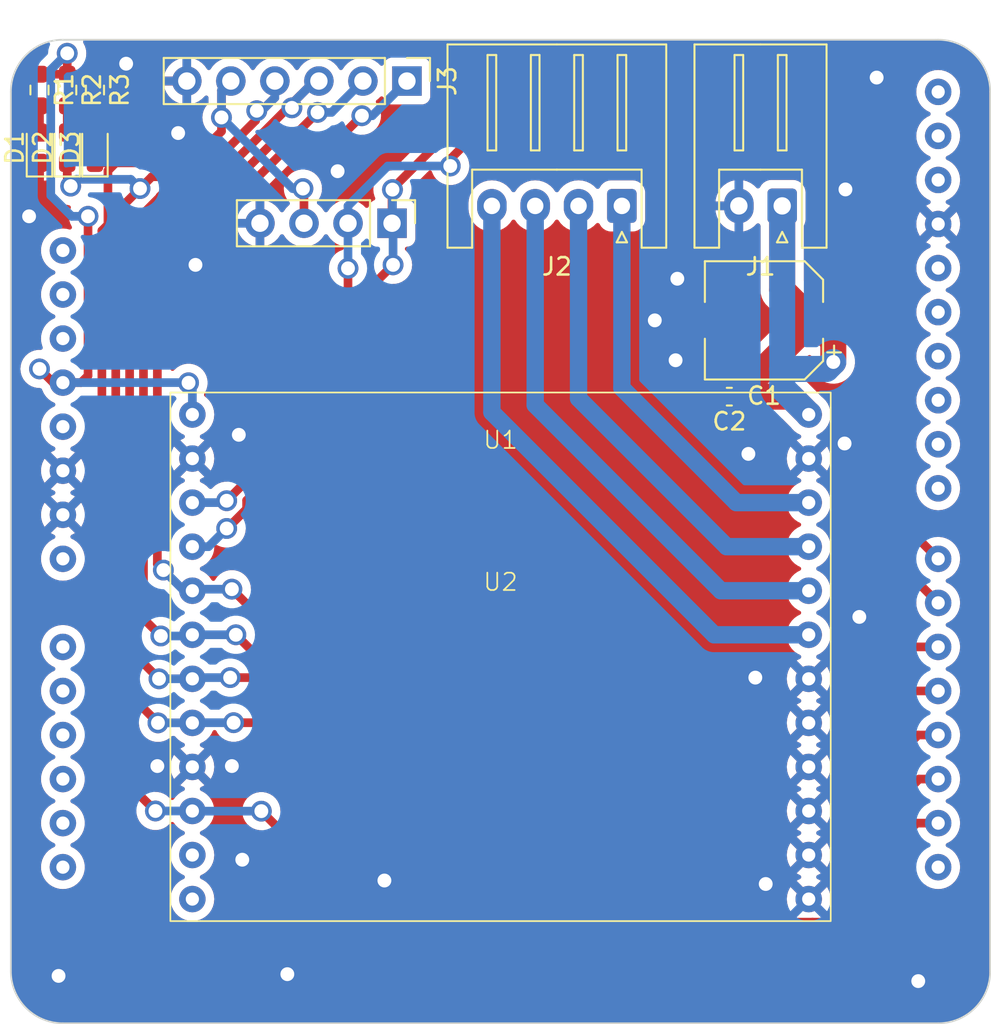
<source format=kicad_pcb>
(kicad_pcb (version 20221018) (generator pcbnew)
  (layers (0 "F.Cu" signal) (31 "B.Cu" signal) (34 "B.Paste" user) (35 "F.Paste" user) (36 "B.SilkS" user "B.Silkscreen") (37 "F.SilkS" user "F.Silkscreen") (38 "B.Mask" user) (39 "F.Mask" user) (44 "Edge.Cuts" user))
  (net 0 "")
  (net 1 "VS")
  (net 2 "GND")
  (net 3 "Net-(D1-A)")
  (net 4 "/CSN")
  (net 5 "Net-(D2-A)")
  (net 6 "/DRV_ENN")
  (net 7 "Net-(D3-A)")
  (net 8 "Net-(J2-Pin_1)")
  (net 9 "Net-(J2-Pin_2)")
  (net 10 "Net-(J2-Pin_3)")
  (net 11 "Net-(J2-Pin_4)")
  (net 12 "/SPI3_MISO")
  (net 13 "/SPI3_MOSI")
  (net 14 "/SPI3_SCK")
  (net 15 "/TIM1_STEP")
  (net 16 "/DIR")
  (net 17 "+3.3V")
  (footprint "TMC2590-BOB40:TMC2590-BOB40" (layer "F.Cu") (at 50 62)
    (fp_text reference "U2" (at 0 -4.31 unlocked) (layer "F.SilkS") (effects (font (thickness 0.1))))
    (fp_text value "TMC2590-BOB40")
    (fp_rect (start -19.05 -15.24) (end 19.05 15.24) (stroke (width 0.1)) (fill none) (layer "F.SilkS"))
    (pad "1" thru_hole circle (at -17.78 -13.97) (size 1.524 1.524) (drill 0.762) (layers "*.Cu" "*.Mask") (net 17 "+3.3V"))
    (pad "2" thru_hole circle (at -17.78 -11.43) (size 1.524 1.524) (drill 0.762) (layers "*.Cu" "*.Mask") (net 2 "GND"))
    (pad "3" thru_hole circle (at -17.78 -8.89) (size 1.524 1.524) (drill 0.762) (layers "*.Cu" "*.Mask") (net 16 "/DIR"))
    (pad "4" thru_hole circle (at -17.78 -6.35) (size 1.524 1.524) (drill 0.762) (layers "*.Cu" "*.Mask") (net 15 "/TIM1_STEP"))
    (pad "5" thru_hole circle (at -17.78 -3.81) (size 1.524 1.524) (drill 0.762) (layers "*.Cu" "*.Mask") (net 12 "/SPI3_MISO"))
    (pad "6" thru_hole circle (at -17.78 -1.27) (size 1.524 1.524) (drill 0.762) (layers "*.Cu" "*.Mask") (net 13 "/SPI3_MOSI"))
    (pad "7" thru_hole circle (at -17.78 1.27) (size 1.524 1.524) (drill 0.762) (layers "*.Cu" "*.Mask") (net 14 "/SPI3_SCK"))
    (pad "8" thru_hole circle (at -17.78 3.81) (size 1.524 1.524) (drill 0.762) (layers "*.Cu" "*.Mask") (net 4 "/CSN"))
    (pad "9" thru_hole circle (at -17.78 6.35) (size 1.524 1.524) (drill 0.762) (layers "*.Cu" "*.Mask") (net 2 "GND"))
    (pad "10" thru_hole circle (at -17.78 8.89) (size 1.524 1.524) (drill 0.762) (layers "*.Cu" "*.Mask") (net 6 "/DRV_ENN"))
    (pad "11" thru_hole circle (at -17.78 11.43) (size 1.524 1.524) (drill 0.762) (layers "*.Cu" "*.Mask"))
    (pad "12" thru_hole circle (at -17.78 13.97) (size 1.524 1.524) (drill 0.762) (layers "*.Cu" "*.Mask"))
    (pad "13" thru_hole circle (at 17.78 13.97) (size 1.524 1.524) (drill 0.762) (layers "*.Cu" "*.Mask") (net 2 "GND"))
    (pad "14" thru_hole circle (at 17.78 11.43) (size 1.524 1.524) (drill 0.762) (layers "*.Cu" "*.Mask") (net 2 "GND"))
    (pad "15" thru_hole circle (at 17.78 8.89) (size 1.524 1.524) (drill 0.762) (layers "*.Cu" "*.Mask") (net 2 "GND"))
    (pad "16" thru_hole circle (at 17.78 6.35) (size 1.524 1.524) (drill 0.762) (layers "*.Cu" "*.Mask") (net 2 "GND"))
    (pad "17" thru_hole circle (at 17.78 3.81) (size 1.524 1.524) (drill 0.762) (layers "*.Cu" "*.Mask") (net 2 "GND"))
    (pad "18" thru_hole circle (at 17.78 1.27) (size 1.524 1.524) (drill 0.762) (layers "*.Cu" "*.Mask") (net 2 "GND"))
    (pad "19" thru_hole circle (at 17.78 -1.27) (size 1.524 1.524) (drill 0.762) (layers "*.Cu" "*.Mask") (net 11 "Net-(J2-Pin_4)"))
    (pad "20" thru_hole circle (at 17.78 -3.81) (size 1.524 1.524) (drill 0.762) (layers "*.Cu" "*.Mask") (net 10 "Net-(J2-Pin_3)"))
    (pad "21" thru_hole circle (at 17.78 -6.35) (size 1.524 1.524) (drill 0.762) (layers "*.Cu" "*.Mask") (net 9 "Net-(J2-Pin_2)"))
    (pad "22" thru_hole circle (at 17.78 -8.89) (size 1.524 1.524) (drill 0.762) (layers "*.Cu" "*.Mask") (net 8 "Net-(J2-Pin_1)"))
    (pad "23" thru_hole circle (at 17.78 -11.43) (size 1.524 1.524) (drill 0.762) (layers "*.Cu" "*.Mask") (net 2 "GND"))
    (pad "24" thru_hole circle (at 17.78 -13.97) (size 1.524 1.524) (drill 0.762) (layers "*.Cu" "*.Mask") (net 1 "VS"))
  )
  (footprint "Resistor_SMD:R_0603_1608Metric_Pad0.98x0.95mm_HandSolder" (layer "F.Cu") (at 25 29.31875 -90)
    (fp_text reference "R2" (at 0 -1.43 90) (layer "F.SilkS"))
    (fp_text value "1k")
    (fp_line (start -0.254724 -0.5225) (end 0.254724 -0.5225) (stroke (width 0.12)) (layer "F.SilkS"))
    (fp_line (start -0.254724 0.5225) (end 0.254724 0.5225) (stroke (width 0.12)) (layer "F.SilkS"))
    (pad "1" smd roundrect (at -0.9125 0 270) (size 0.975 0.95) (layers "F.Cu" "F.Paste" "F.Mask") (net 17 "+3.3V"))
    (pad "2" smd roundrect (at 0.9125 0 270) (size 0.975 0.95) (layers "F.Cu" "F.Paste" "F.Mask") (net 5 "Net-(D2-A)"))
  )
  (footprint "Resistor_SMD:R_0603_1608Metric_Pad0.98x0.95mm_HandSolder" (layer "F.Cu") (at 26.6 29.31875 -90)
    (fp_text reference "R3" (at 0 -1.43 90) (layer "F.SilkS"))
    (fp_text value "1k")
    (fp_line (start -0.254724 -0.5225) (end 0.254724 -0.5225) (stroke (width 0.12)) (layer "F.SilkS"))
    (fp_line (start -0.254724 0.5225) (end 0.254724 0.5225) (stroke (width 0.12)) (layer "F.SilkS"))
    (pad "1" smd roundrect (at -0.9125 0 270) (size 0.975 0.95) (layers "F.Cu" "F.Paste" "F.Mask") (net 17 "+3.3V"))
    (pad "2" smd roundrect (at 0.9125 0 270) (size 0.975 0.95) (layers "F.Cu" "F.Paste" "F.Mask") (net 7 "Net-(D3-A)"))
  )
  (footprint "Connector_JST:JST_XH_S4B-XH-A_1x04_P2.50mm_Horizontal" (layer "F.Cu") (at 57 36 180)
    (fp_text reference "J2" (at 3.75 -3.5) (layer "F.SilkS"))
    (fp_text value "Conn_01x04")
    (fp_line (start -2.56 -2.41) (end -1.14 -2.41) (stroke (width 0.12)) (layer "F.SilkS"))
    (fp_line (start -2.56 9.31) (end -2.56 -2.41) (stroke (width 0.12)) (layer "F.SilkS"))
    (fp_line (start -1.14 -2.41) (end -1.14 2.09) (stroke (width 0.12)) (layer "F.SilkS"))
    (fp_line (start -1.14 2.09) (end 3.75 2.09) (stroke (width 0.12)) (layer "F.SilkS"))
    (fp_line (start -0.3 -2.1) (end 0.3 -2.1) (stroke (width 0.12)) (layer "F.SilkS"))
    (fp_line (start -0.25 3.2) (end -0.25 8.7) (stroke (width 0.12)) (layer "F.SilkS"))
    (fp_line (start -0.25 8.7) (end 0.25 8.7) (stroke (width 0.12)) (layer "F.SilkS"))
    (fp_line (start 0 -1.5) (end -0.3 -2.1) (stroke (width 0.12)) (layer "F.SilkS"))
    (fp_line (start 0.25 3.2) (end -0.25 3.2) (stroke (width 0.12)) (layer "F.SilkS"))
    (fp_line (start 0.25 8.7) (end 0.25 3.2) (stroke (width 0.12)) (layer "F.SilkS"))
    (fp_line (start 0.3 -2.1) (end 0 -1.5) (stroke (width 0.12)) (layer "F.SilkS"))
    (fp_line (start 2.25 3.2) (end 2.25 8.7) (stroke (width 0.12)) (layer "F.SilkS"))
    (fp_line (start 2.25 8.7) (end 2.75 8.7) (stroke (width 0.12)) (layer "F.SilkS"))
    (fp_line (start 2.75 3.2) (end 2.25 3.2) (stroke (width 0.12)) (layer "F.SilkS"))
    (fp_line (start 2.75 8.7) (end 2.75 3.2) (stroke (width 0.12)) (layer "F.SilkS"))
    (fp_line (start 3.75 9.31) (end -2.56 9.31) (stroke (width 0.12)) (layer "F.SilkS"))
    (fp_line (start 3.75 9.31) (end 10.06 9.31) (stroke (width 0.12)) (layer "F.SilkS"))
    (fp_line (start 4.75 3.2) (end 4.75 8.7) (stroke (width 0.12)) (layer "F.SilkS"))
    (fp_line (start 4.75 8.7) (end 5.25 8.7) (stroke (width 0.12)) (layer "F.SilkS"))
    (fp_line (start 5.25 3.2) (end 4.75 3.2) (stroke (width 0.12)) (layer "F.SilkS"))
    (fp_line (start 5.25 8.7) (end 5.25 3.2) (stroke (width 0.12)) (layer "F.SilkS"))
    (fp_line (start 7.25 3.2) (end 7.25 8.7) (stroke (width 0.12)) (layer "F.SilkS"))
    (fp_line (start 7.25 8.7) (end 7.75 8.7) (stroke (width 0.12)) (layer "F.SilkS"))
    (fp_line (start 7.75 3.2) (end 7.25 3.2) (stroke (width 0.12)) (layer "F.SilkS"))
    (fp_line (start 7.75 8.7) (end 7.75 3.2) (stroke (width 0.12)) (layer "F.SilkS"))
    (fp_line (start 8.64 -2.41) (end 8.64 2.09) (stroke (width 0.12)) (layer "F.SilkS"))
    (fp_line (start 8.64 2.09) (end 3.75 2.09) (stroke (width 0.12)) (layer "F.SilkS"))
    (fp_line (start 10.06 -2.41) (end 8.64 -2.41) (stroke (width 0.12)) (layer "F.SilkS"))
    (fp_line (start 10.06 9.31) (end 10.06 -2.41) (stroke (width 0.12)) (layer "F.SilkS"))
    (pad "1" thru_hole roundrect (at 0 0 180) (size 1.7 1.95) (drill 0.95) (layers "*.Cu" "*.Mask") (roundrect_rratio 0.147059) (net 8 "Net-(J2-Pin_1)"))
    (pad "2" thru_hole oval (at 2.5 0 180) (size 1.7 1.95) (drill 0.95) (layers "*.Cu" "*.Mask") (net 9 "Net-(J2-Pin_2)"))
    (pad "3" thru_hole oval (at 5 0 180) (size 1.7 1.95) (drill 0.95) (layers "*.Cu" "*.Mask") (net 10 "Net-(J2-Pin_3)"))
    (pad "4" thru_hole oval (at 7.5 0 180) (size 1.7 1.95) (drill 0.95) (layers "*.Cu" "*.Mask") (net 11 "Net-(J2-Pin_4)"))
  )
  (footprint "TMC2590-BOB40:Nucleo-G474RE_ArduinoConn" (layer "F.Cu") (at 50 50)
    (fp_text reference "U1" (at 0 -0.5 unlocked) (layer "F.SilkS") (effects (font (thickness 0.1))))
    (fp_text value "NUCLEO-G474RE_ArduinoConn")
    (pad "A1" thru_hole circle (at -25.25 -11.43) (size 1.524 1.524) (drill 0.762) (layers "*.Cu" "*.Mask"))
    (pad "A2" thru_hole circle (at -25.25 -8.89) (size 1.524 1.524) (drill 0.762) (layers "*.Cu" "*.Mask"))
    (pad "A3" thru_hole circle (at -25.25 -6.35) (size 1.524 1.524) (drill 0.762) (layers "*.Cu" "*.Mask"))
    (pad "A4" thru_hole circle (at -25.25 -3.81) (size 1.524 1.524) (drill 0.762) (layers "*.Cu" "*.Mask") (net 17 "+3.3V"))
    (pad "A5" thru_hole circle (at -25.25 -1.27) (size 1.524 1.524) (drill 0.762) (layers "*.Cu" "*.Mask"))
    (pad "A6" thru_hole circle (at -25.25 1.27) (size 1.524 1.524) (drill 0.762) (layers "*.Cu" "*.Mask") (net 2 "GND"))
    (pad "A7" thru_hole circle (at -25.25 3.81) (size 1.524 1.524) (drill 0.762) (layers "*.Cu" "*.Mask") (net 2 "GND"))
    (pad "A8" thru_hole circle (at -25.25 6.35) (size 1.524 1.524) (drill 0.762) (layers "*.Cu" "*.Mask"))
    (pad "B1" thru_hole circle (at -25.25 11.43) (size 1.524 1.524) (drill 0.762) (layers "*.Cu" "*.Mask"))
    (pad "B2" thru_hole circle (at -25.25 13.97) (size 1.524 1.524) (drill 0.762) (layers "*.Cu" "*.Mask"))
    (pad "B3" thru_hole circle (at -25.25 16.51) (size 1.524 1.524) (drill 0.762) (layers "*.Cu" "*.Mask"))
    (pad "B4" thru_hole circle (at -25.25 19.05) (size 1.524 1.524) (drill 0.762) (layers "*.Cu" "*.Mask"))
    (pad "B5" thru_hole circle (at -25.25 21.59) (size 1.524 1.524) (drill 0.762) (layers "*.Cu" "*.Mask"))
    (pad "B6" thru_hole circle (at -25.25 24.13) (size 1.524 1.524) (drill 0.762) (layers "*.Cu" "*.Mask"))
    (pad "C1" thru_hole circle (at 25.25 24.13) (size 1.524 1.524) (drill 0.762) (layers "*.Cu" "*.Mask"))
    (pad "C2" thru_hole circle (at 25.25 21.59) (size 1.524 1.524) (drill 0.762) (layers "*.Cu" "*.Mask") (net 6 "/DRV_ENN"))
    (pad "C3" thru_hole circle (at 25.25 19.05) (size 1.524 1.524) (drill 0.762) (layers "*.Cu" "*.Mask") (net 4 "/CSN"))
    (pad "C4" thru_hole circle (at 25.25 16.51) (size 1.524 1.524) (drill 0.762) (layers "*.Cu" "*.Mask") (net 14 "/SPI3_SCK"))
    (pad "C5" thru_hole circle (at 25.25 13.97) (size 1.524 1.524) (drill 0.762) (layers "*.Cu" "*.Mask") (net 13 "/SPI3_MOSI"))
    (pad "C6" thru_hole circle (at 25.25 11.43) (size 1.524 1.524) (drill 0.762) (layers "*.Cu" "*.Mask") (net 12 "/SPI3_MISO"))
    (pad "C7" thru_hole circle (at 25.25 8.89) (size 1.524 1.524) (drill 0.762) (layers "*.Cu" "*.Mask") (net 16 "/DIR"))
    (pad "C8" thru_hole circle (at 25.25 6.35) (size 1.524 1.524) (drill 0.762) (layers "*.Cu" "*.Mask") (net 15 "/TIM1_STEP"))
    (pad "D1" thru_hole circle (at 25.25 2.286) (size 1.524 1.524) (drill 0.762) (layers "*.Cu" "*.Mask"))
    (pad "D2" thru_hole circle (at 25.25 -0.254) (size 1.524 1.524) (drill 0.762) (layers "*.Cu" "*.Mask"))
    (pad "D3" thru_hole circle (at 25.25 -2.794) (size 1.524 1.524) (drill 0.762) (layers "*.Cu" "*.Mask"))
    (pad "D4" thru_hole circle (at 25.25 -5.334) (size 1.524 1.524) (drill 0.762) (layers "*.Cu" "*.Mask"))
    (pad "D5" thru_hole circle (at 25.25 -7.874) (size 1.524 1.524) (drill 0.762) (layers "*.Cu" "*.Mask"))
    (pad "D6" thru_hole circle (at 25.25 -10.414) (size 1.524 1.524) (drill 0.762) (layers "*.Cu" "*.Mask"))
    (pad "D7" thru_hole circle (at 25.25 -12.954) (size 1.524 1.524) (drill 0.762) (layers "*.Cu" "*.Mask") (net 2 "GND"))
    (pad "D8" thru_hole circle (at 25.25 -15.494) (size 1.524 1.524) (drill 0.762) (layers "*.Cu" "*.Mask"))
    (pad "D9" thru_hole circle (at 25.25 -18.034) (size 1.524 1.524) (drill 0.762) (layers "*.Cu" "*.Mask"))
    (pad "D10" thru_hole circle (at 25.25 -20.574) (size 1.524 1.524) (drill 0.762) (layers "*.Cu" "*.Mask"))
  )
  (footprint "Connector_PinHeader_2.54mm:PinHeader_1x06_P2.54mm_Vertical" (layer "F.Cu") (at 44.6 28.8 -90)
    (fp_text reference "J3" (at 0 -2.33 90) (layer "F.SilkS"))
    (fp_text value "Conn_01x06")
    (fp_line (start -1.33 -1.33) (end 0 -1.33) (stroke (width 0.12)) (layer "F.SilkS"))
    (fp_line (start -1.33 0) (end -1.33 -1.33) (stroke (width 0.12)) (layer "F.SilkS"))
    (fp_line (start -1.33 1.27) (end -1.33 14.03) (stroke (width 0.12)) (layer "F.SilkS"))
    (fp_line (start -1.33 1.27) (end 1.33 1.27) (stroke (width 0.12)) (layer "F.SilkS"))
    (fp_line (start -1.33 14.03) (end 1.33 14.03) (stroke (width 0.12)) (layer "F.SilkS"))
    (fp_line (start 1.33 1.27) (end 1.33 14.03) (stroke (width 0.12)) (layer "F.SilkS"))
    (pad "1" thru_hole rect (at 0 0 270) (size 1.7 1.7) (drill 1) (layers "*.Cu" "*.Mask") (net 12 "/SPI3_MISO"))
    (pad "2" thru_hole oval (at 0 2.54 270) (size 1.7 1.7) (drill 1) (layers "*.Cu" "*.Mask") (net 13 "/SPI3_MOSI"))
    (pad "3" thru_hole oval (at 0 5.08 270) (size 1.7 1.7) (drill 1) (layers "*.Cu" "*.Mask") (net 14 "/SPI3_SCK"))
    (pad "4" thru_hole oval (at 0 7.62 270) (size 1.7 1.7) (drill 1) (layers "*.Cu" "*.Mask") (net 4 "/CSN"))
    (pad "5" thru_hole oval (at 0 10.16 270) (size 1.7 1.7) (drill 1) (layers "*.Cu" "*.Mask") (net 6 "/DRV_ENN"))
    (pad "6" thru_hole oval (at 0 12.7 270) (size 1.7 1.7) (drill 1) (layers "*.Cu" "*.Mask") (net 2 "GND"))
  )
  (footprint "LED_SMD:LED_0603_1608Metric_Pad1.05x0.95mm_HandSolder" (layer "F.Cu") (at 23.4 32.64375 90)
    (fp_text reference "D1" (at 0 -1.43 90) (layer "F.SilkS"))
    (fp_text value "LED")
    (fp_line (start -1.66 -0.735) (end -1.66 0.735) (stroke (width 0.12)) (layer "F.SilkS"))
    (fp_line (start -1.66 0.735) (end 0.8 0.735) (stroke (width 0.12)) (layer "F.SilkS"))
    (fp_line (start 0.8 -0.735) (end -1.66 -0.735) (stroke (width 0.12)) (layer "F.SilkS"))
    (pad "1" smd roundrect (at -0.875 0 90) (size 1.05 0.95) (layers "F.Cu" "F.Paste" "F.Mask") (net 2 "GND"))
    (pad "2" smd roundrect (at 0.875 0 90) (size 1.05 0.95) (layers "F.Cu" "F.Paste" "F.Mask") (net 3 "Net-(D1-A)"))
  )
  (footprint "Connector_JST:JST_XH_S2B-XH-A_1x02_P2.50mm_Horizontal" (layer "F.Cu") (at 66.25 36 180)
    (fp_text reference "J1" (at 1.25 -3.5 180) (layer "F.SilkS"))
    (fp_text value "Conn_01x02")
    (fp_line (start -2.56 -2.41) (end -1.14 -2.41) (stroke (width 0.12)) (layer "F.SilkS"))
    (fp_line (start -2.56 9.31) (end -2.56 -2.41) (stroke (width 0.12)) (layer "F.SilkS"))
    (fp_line (start -1.14 -2.41) (end -1.14 2.09) (stroke (width 0.12)) (layer "F.SilkS"))
    (fp_line (start -1.14 2.09) (end 1.25 2.09) (stroke (width 0.12)) (layer "F.SilkS"))
    (fp_line (start -0.3 -2.1) (end 0.3 -2.1) (stroke (width 0.12)) (layer "F.SilkS"))
    (fp_line (start -0.25 3.2) (end -0.25 8.7) (stroke (width 0.12)) (layer "F.SilkS"))
    (fp_line (start -0.25 8.7) (end 0.25 8.7) (stroke (width 0.12)) (layer "F.SilkS"))
    (fp_line (start 0 -1.5) (end -0.3 -2.1) (stroke (width 0.12)) (layer "F.SilkS"))
    (fp_line (start 0.25 3.2) (end -0.25 3.2) (stroke (width 0.12)) (layer "F.SilkS"))
    (fp_line (start 0.25 8.7) (end 0.25 3.2) (stroke (width 0.12)) (layer "F.SilkS"))
    (fp_line (start 0.3 -2.1) (end 0 -1.5) (stroke (width 0.12)) (layer "F.SilkS"))
    (fp_line (start 1.25 9.31) (end -2.56 9.31) (stroke (width 0.12)) (layer "F.SilkS"))
    (fp_line (start 1.25 9.31) (end 5.06 9.31) (stroke (width 0.12)) (layer "F.SilkS"))
    (fp_line (start 2.25 3.2) (end 2.25 8.7) (stroke (width 0.12)) (layer "F.SilkS"))
    (fp_line (start 2.25 8.7) (end 2.75 8.7) (stroke (width 0.12)) (layer "F.SilkS"))
    (fp_line (start 2.75 3.2) (end 2.25 3.2) (stroke (width 0.12)) (layer "F.SilkS"))
    (fp_line (start 2.75 8.7) (end 2.75 3.2) (stroke (width 0.12)) (layer "F.SilkS"))
    (fp_line (start 3.64 -2.41) (end 3.64 2.09) (stroke (width 0.12)) (layer "F.SilkS"))
    (fp_line (start 3.64 2.09) (end 1.25 2.09) (stroke (width 0.12)) (layer "F.SilkS"))
    (fp_line (start 5.06 -2.41) (end 3.64 -2.41) (stroke (width 0.12)) (layer "F.SilkS"))
    (fp_line (start 5.06 9.31) (end 5.06 -2.41) (stroke (width 0.12)) (layer "F.SilkS"))
    (pad "1" thru_hole roundrect (at 0 0 180) (size 1.7 2) (drill 1) (layers "*.Cu" "*.Mask") (roundrect_rratio 0.147059) (net 1 "VS"))
    (pad "2" thru_hole oval (at 2.5 0 180) (size 1.7 2) (drill 1) (layers "*.Cu" "*.Mask") (net 2 "GND"))
  )
  (footprint "LED_SMD:LED_0603_1608Metric_Pad1.05x0.95mm_HandSolder" (layer "F.Cu") (at 26.6 32.64375 90)
    (fp_text reference "D3" (at 0 -1.43 90) (layer "F.SilkS"))
    (fp_text value "LED")
    (fp_line (start -1.66 -0.735) (end -1.66 0.735) (stroke (width 0.12)) (layer "F.SilkS"))
    (fp_line (start -1.66 0.735) (end 0.8 0.735) (stroke (width 0.12)) (layer "F.SilkS"))
    (fp_line (start 0.8 -0.735) (end -1.66 -0.735) (stroke (width 0.12)) (layer "F.SilkS"))
    (pad "1" smd roundrect (at -0.875 0 90) (size 1.05 0.95) (layers "F.Cu" "F.Paste" "F.Mask") (net 6 "/DRV_ENN"))
    (pad "2" smd roundrect (at 0.875 0 90) (size 1.05 0.95) (layers "F.Cu" "F.Paste" "F.Mask") (net 7 "Net-(D3-A)"))
  )
  (footprint "Connector_PinHeader_2.54mm:PinHeader_1x04_P2.54mm_Vertical" (layer "F.Cu") (at 43.74 37 -90)
    (fp_text reference "J4" hide)
    (fp_text value "Conn_01x04")
    (fp_line (start -1.33 -1.33) (end 0 -1.33) (stroke (width 0.12)) (layer "F.SilkS"))
    (fp_line (start -1.33 0) (end -1.33 -1.33) (stroke (width 0.12)) (layer "F.SilkS"))
    (fp_line (start -1.33 1.27) (end -1.33 8.95) (stroke (width 0.12)) (layer "F.SilkS"))
    (fp_line (start -1.33 1.27) (end 1.33 1.27) (stroke (width 0.12)) (layer "F.SilkS"))
    (fp_line (start -1.33 8.95) (end 1.33 8.95) (stroke (width 0.12)) (layer "F.SilkS"))
    (fp_line (start 1.33 1.27) (end 1.33 8.95) (stroke (width 0.12)) (layer "F.SilkS"))
    (pad "1" thru_hole rect (at 0 0 270) (size 1.7 1.7) (drill 1) (layers "*.Cu" "*.Mask") (net 15 "/TIM1_STEP"))
    (pad "2" thru_hole oval (at 0 2.54 270) (size 1.7 1.7) (drill 1) (layers "*.Cu" "*.Mask") (net 16 "/DIR"))
    (pad "3" thru_hole oval (at 0 5.08 270) (size 1.7 1.7) (drill 1) (layers "*.Cu" "*.Mask") (net 6 "/DRV_ENN"))
    (pad "4" thru_hole oval (at 0 7.62 270) (size 1.7 1.7) (drill 1) (layers "*.Cu" "*.Mask") (net 2 "GND"))
  )
  (footprint "Capacitor_SMD:C_0603_1608Metric_Pad1.08x0.95mm_HandSolder" (layer "F.Cu") (at 63.2 47 180)
    (fp_text reference "C2" (at 0 -1.43) (layer "F.SilkS"))
    (fp_text value "100n")
    (fp_line (start -0.146267 -0.51) (end 0.146267 -0.51) (stroke (width 0.12)) (layer "F.SilkS"))
    (fp_line (start -0.146267 0.51) (end 0.146267 0.51) (stroke (width 0.12)) (layer "F.SilkS"))
    (pad "1" smd roundrect (at -0.8625 0 180) (size 1.075 0.95) (layers "F.Cu" "F.Paste" "F.Mask") (net 1 "VS"))
    (pad "2" smd roundrect (at 0.8625 0 180) (size 1.075 0.95) (layers "F.Cu" "F.Paste" "F.Mask") (net 2 "GND"))
  )
  (footprint "Capacitor_SMD:CP_Elec_6.3x5.4" (layer "F.Cu") (at 65.2 42.6 180)
    (fp_text reference "C1" (at 0 -4.35) (layer "F.SilkS"))
    (fp_text value "22u")
    (fp_line (start -4.4375 -1.8475) (end -3.65 -1.8475) (stroke (width 0.12)) (layer "F.SilkS"))
    (fp_line (start -4.04375 -2.24125) (end -4.04375 -1.45375) (stroke (width 0.12)) (layer "F.SilkS"))
    (fp_line (start -3.41 -2.345563) (end -3.41 -1.06) (stroke (width 0.12)) (layer "F.SilkS"))
    (fp_line (start -3.41 -2.345563) (end -2.345563 -3.41) (stroke (width 0.12)) (layer "F.SilkS"))
    (fp_line (start -3.41 2.345563) (end -3.41 1.06) (stroke (width 0.12)) (layer "F.SilkS"))
    (fp_line (start -3.41 2.345563) (end -2.345563 3.41) (stroke (width 0.12)) (layer "F.SilkS"))
    (fp_line (start -2.345563 -3.41) (end 3.41 -3.41) (stroke (width 0.12)) (layer "F.SilkS"))
    (fp_line (start -2.345563 3.41) (end 3.41 3.41) (stroke (width 0.12)) (layer "F.SilkS"))
    (fp_line (start 3.41 -3.41) (end 3.41 -1.06) (stroke (width 0.12)) (layer "F.SilkS"))
    (fp_line (start 3.41 3.41) (end 3.41 1.06) (stroke (width 0.12)) (layer "F.SilkS"))
    (pad "1" smd roundrect (at -2.8 0 180) (size 3.5 1.6) (layers "F.Cu" "F.Paste" "F.Mask") (roundrect_rratio 0.15625) (net 1 "VS"))
    (pad "2" smd roundrect (at 2.8 0 180) (size 3.5 1.6) (layers "F.Cu" "F.Paste" "F.Mask") (roundrect_rratio 0.15625) (net 2 "GND"))
  )
  (footprint "Resistor_SMD:R_0603_1608Metric_Pad0.98x0.95mm_HandSolder" (layer "F.Cu") (at 23.4 29.31875 -90)
    (fp_text reference "R1" (at 0 -1.43 90) (layer "F.SilkS"))
    (fp_text value "1k")
    (fp_line (start -0.254724 -0.5225) (end 0.254724 -0.5225) (stroke (width 0.12)) (layer "F.SilkS"))
    (fp_line (start -0.254724 0.5225) (end 0.254724 0.5225) (stroke (width 0.12)) (layer "F.SilkS"))
    (pad "1" smd roundrect (at -0.9125 0 270) (size 0.975 0.95) (layers "F.Cu" "F.Paste" "F.Mask") (net 17 "+3.3V"))
    (pad "2" smd roundrect (at 0.9125 0 270) (size 0.975 0.95) (layers "F.Cu" "F.Paste" "F.Mask") (net 3 "Net-(D1-A)"))
  )
  (footprint "LED_SMD:LED_0603_1608Metric_Pad1.05x0.95mm_HandSolder" (layer "F.Cu") (at 25 32.64375 90)
    (fp_text reference "D2" (at 0 -1.43 90) (layer "F.SilkS"))
    (fp_text value "LED")
    (fp_line (start -1.66 -0.735) (end -1.66 0.735) (stroke (width 0.12)) (layer "F.SilkS"))
    (fp_line (start -1.66 0.735) (end 0.8 0.735) (stroke (width 0.12)) (layer "F.SilkS"))
    (fp_line (start 0.8 -0.735) (end -1.66 -0.735) (stroke (width 0.12)) (layer "F.SilkS"))
    (pad "1" smd roundrect (at -0.875 0 90) (size 1.05 0.95) (layers "F.Cu" "F.Paste" "F.Mask") (net 4 "/CSN"))
    (pad "2" smd roundrect (at 0.875 0 90) (size 1.05 0.95) (layers "F.Cu" "F.Paste" "F.Mask") (net 5 "Net-(D2-A)"))
  )
  (gr_line (start 75.25 83.13) (end 24.75 83.13) (stroke (width 0.1)) (layer "Edge.Cuts"))
  (gr_line (start 24.75 26.42) (end 75.25 26.42) (stroke (width 0.1)) (layer "Edge.Cuts"))
  (gr_arc (start 78.25 80.13) (mid 77.37132 82.25132) (end 75.25 83.13) (stroke (width 0.1)) (layer "Edge.Cuts"))
  (gr_arc (start 21.75 29.42) (mid 22.62868 27.29868) (end 24.75 26.42) (stroke (width 0.1)) (layer "Edge.Cuts"))
  (gr_arc (start 24.75 83.13) (mid 22.62868 82.25132) (end 21.75 80.13) (stroke (width 0.1)) (layer "Edge.Cuts"))
  (gr_arc (start 75.25 26.42) (mid 77.37132 27.29868) (end 78.25 29.42) (stroke (width 0.1)) (layer "Edge.Cuts"))
  (gr_line (start 78.25 29.42) (end 78.25 80.13) (stroke (width 0.1)) (layer "Edge.Cuts"))
  (gr_line (start 21.75 29.42) (end 21.75 80.13) (stroke (width 0.1)) (layer "Edge.Cuts"))
  (segment (start 69.2 45) (end 69.2 43.8) (width 1.5) (layer "F.Cu") (net 1))
  (segment (start 66.75 47) (end 67.78 48.03) (width 1.5) (layer "F.Cu") (net 1))
  (segment (start 69.2 43.8) (end 68 42.6) (width 1.5) (layer "F.Cu") (net 1))
  (segment (start 66.25 36) (end 66.25 40.85) (width 1.5) (layer "F.Cu") (net 1))
  (segment (start 64.0625 47) (end 66.75 47) (width 1.5) (layer "F.Cu") (net 1))
  (segment (start 66.25 40.85) (end 68 42.6) (width 1.5) (layer "F.Cu") (net 1))
  (segment (start 68 42.6) (end 64.0625 46.5375) (width 1.5) (layer "F.Cu") (net 1))
  (segment (start 64.0625 46.5375) (end 64.0625 47) (width 1.5) (layer "F.Cu") (net 1))
  (via (at 69.2 45) (size 1.2) (drill 0.8) (layers "F.Cu" "B.Cu") (net 1))
  (segment (start 68.8 45.4) (end 69.2 45) (width 1.5) (layer "B.Cu") (net 1))
  (segment (start 66.25 46.5) (end 67.78 48.03) (width 1.5) (layer "B.Cu") (net 1))
  (segment (start 66.25 45.4) (end 66.25 46.5) (width 1.5) (layer "B.Cu") (net 1))
  (segment (start 66.25 45.4) (end 68.8 45.4) (width 1.5) (layer "B.Cu") (net 1))
  (segment (start 66.25 36) (end 66.25 45.4) (width 1.5) (layer "B.Cu") (net 1))
  (segment (start 29.4 28.8) (end 28.4 27.8) (width 0.5) (layer "F.Cu") (net 2))
  (segment (start 23.4 36) (end 23.4 33.51875) (width 0.5) (layer "F.Cu") (net 2))
  (segment (start 31.4 31.8) (end 31.9 31.3) (width 0.5) (layer "F.Cu") (net 2))
  (segment (start 31.9 28.8) (end 29.4 28.8) (width 0.5) (layer "F.Cu") (net 2))
  (segment (start 31.9 31.3) (end 31.9 28.8) (width 0.5) (layer "F.Cu") (net 2))
  (segment (start 22.8 36.6) (end 23.4 36) (width 0.5) (layer "F.Cu") (net 2))
  (via (at 60.2 40.2) (size 1.2) (drill 0.8) (layers "F.Cu" "B.Cu") (net 2))
  (via (at 64.7 63.2) (size 1.2) (drill 0.8) (layers "F.Cu" "B.Cu") (net 2))
  (via (at 34.5 68.3) (size 1.2) (drill 0.8) (layers "F.Cu" "B.Cu") (net 2))
  (via (at 37.7 80.3) (size 1.2) (drill 0.8) (layers "F.Cu" "B.Cu") (net 2))
  (via (at 31.4 31.8) (size 1.2) (drill 0.8) (layers "F.Cu" "B.Cu") (net 2))
  (via (at 64.3 50.3) (size 1.2) (drill 0.8) (layers "F.Cu" "B.Cu") (net 2))
  (via (at 70.7 59.7) (size 1.2) (drill 0.8) (layers "F.Cu" "B.Cu") (net 2))
  (via (at 24.5 80.4) (size 1.2) (drill 0.8) (layers "F.Cu" "B.Cu") (net 2))
  (via (at 58.9 42.6) (size 1.2) (drill 0.8) (layers "F.Cu" "B.Cu") (net 2))
  (via (at 69.9 35.05) (size 1.2) (drill 0.8) (layers "F.Cu" "B.Cu") (net 2))
  (via (at 40.6 34) (size 1.2) (drill 0.8) (layers "F.Cu" "B.Cu") (net 2))
  (via (at 65.3 75.1) (size 1.2) (drill 0.8) (layers "F.Cu" "B.Cu") (net 2))
  (via (at 74.1 80.7) (size 1.2) (drill 0.8) (layers "F.Cu" "B.Cu") (net 2))
  (via (at 22.8 36.6) (size 1.2) (drill 0.8) (layers "F.Cu" "B.Cu") (net 2))
  (via (at 71.7 28.6) (size 1.2) (drill 0.8) (layers "F.Cu" "B.Cu") (net 2))
  (via (at 30.2 68.3) (size 1.2) (drill 0.8) (layers "F.Cu" "B.Cu") (net 2))
  (via (at 43.3 74.9) (size 1.2) (drill 0.8) (layers "F.Cu" "B.Cu") (net 2))
  (via (at 69.85 49.7) (size 1.2) (drill 0.8) (layers "F.Cu" "B.Cu") (net 2))
  (via (at 34.9 49.2) (size 1.2) (drill 0.8) (layers "F.Cu" "B.Cu") (net 2))
  (via (at 32.4 39.4) (size 1.2) (drill 0.8) (layers "F.Cu" "B.Cu") (net 2))
  (via (at 60.1 44.9) (size 1.2) (drill 0.8) (layers "F.Cu" "B.Cu") (net 2))
  (via (at 28.4 27.8) (size 1.2) (drill 0.8) (layers "F.Cu" "B.Cu") (net 2))
  (via (at 35.1 73.7) (size 1.2) (drill 0.8) (layers "F.Cu" "B.Cu") (net 2))
  (segment (start 23.4 30.23125) (end 23.4 31.76875) (width 0.5) (layer "F.Cu") (net 3))
  (segment (start 41.43137 79.7) (end 38.4 76.66863) (width 0.5) (layer "F.Cu") (net 4))
  (segment (start 30.235 65.81) (end 32.22 65.81) (width 0.5) (layer "F.Cu") (net 4))
  (segment (start 72.7 70.5) (end 72.7 77.46863) (width 0.5) (layer "F.Cu") (net 4))
  (segment (start 25 35) (end 25 33.51875) (width 0.5) (layer "F.Cu") (net 4))
  (segment (start 29.2 35) (end 28.15 36.05) (width 0.5) (layer "F.Cu") (net 4))
  (segment (start 32.624753 34.31875) (end 29.88125 34.31875) (width 0.5) (layer "F.Cu") (net 4))
  (segment (start 36.98 29.752078) (end 35.866039 30.866039) (width 0.5) (layer "F.Cu") (net 4))
  (segment (start 25 34.659432) (end 25.1995 34.858932) (width 0.5) (layer "F.Cu") (net 4))
  (segment (start 37.53726 65.8) (end 34.6 65.8) (width 0.5) (layer "F.Cu") (net 4))
  (segment (start 70.46863 79.7) (end 41.43137 79.7) (width 0.5) (layer "F.Cu") (net 4))
  (segment (start 28.15 36.05) (end 28.15 37.407716) (width 0.5) (layer "F.Cu") (net 4))
  (segment (start 75.25 69.05) (end 74.15 69.05) (width 0.5) (layer "F.Cu") (net 4))
  (segment (start 35.866039 30.866039) (end 35.866039 31.077464) (width 0.5) (layer "F.Cu") (net 4))
  (segment (start 38.4 76.66863) (end 38.4 66.66274) (width 0.5) (layer "F.Cu") (net 4))
  (segment (start 29.88125 34.31875) (end 29.2 35) (width 0.5) (layer "F.Cu") (net 4))
  (segment (start 25 33.51875) (end 25 34.659432) (width 0.5) (layer "F.Cu") (net 4))
  (segment (start 27.8 63.375) (end 30.235 65.81) (width 0.5) (layer "F.Cu") (net 4))
  (segment (start 35.866039 31.077464) (end 32.624753 34.31875) (width 0.5) (layer "F.Cu") (net 4))
  (segment (start 27.8 37.757716) (end 27.8 63.375) (width 0.5) (layer "F.Cu") (net 4))
  (segment (start 38.4 66.66274) (end 37.53726 65.8) (width 0.5) (layer "F.Cu") (net 4))
  (segment (start 28.15 37.407716) (end 27.8 37.757716) (width 0.5) (layer "F.Cu") (net 4))
  (segment (start 72.7 77.46863) (end 70.46863 79.7) (width 0.5) (layer "F.Cu") (net 4))
  (segment (start 36.98 28.8) (end 36.98 29.752078) (width 0.5) (layer "F.Cu") (net 4))
  (segment (start 35.866039 31.077464) (end 35.866039 30.583195) (width 0.5) (layer "F.Cu") (net 4))
  (segment (start 74.15 69.05) (end 72.7 70.5) (width 0.5) (layer "F.Cu") (net 4))
  (segment (start 35.866039 30.583195) (end 35.936508 30.512726) (width 0.5) (layer "F.Cu") (net 4))
  (via (at 30.235 65.81) (size 1.2) (drill 0.8) (layers "F.Cu" "B.Cu") (net 4))
  (via (at 25.1995 34.858932) (size 1.2) (drill 0.8) (layers "F.Cu" "B.Cu") (net 4))
  (via (at 29.2 35) (size 1.2) (drill 0.8) (layers "F.Cu" "B.Cu") (net 4))
  (via (at 34.6 65.8) (size 1.2) (drill 0.8) (layers "F.Cu" "B.Cu") (net 4))
  (via (at 35.936508 30.512726) (size 1.2) (drill 0.8) (layers "F.Cu" "B.Cu") (net 4))
  (segment (start 36.98 29.752078) (end 35.866039 30.866039) (width 0.5) (layer "B.Cu") (net 4))
  (segment (start 32.22 65.81) (end 30.235 65.81) (width 0.5) (layer "B.Cu") (net 4))
  (segment (start 34.6 65.8) (end 32.23 65.8) (width 0.5) (layer "B.Cu") (net 4))
  (segment (start 32.23 65.8) (end 32.22 65.81) (width 0.5) (layer "B.Cu") (net 4))
  (segment (start 25 35) (end 25.53175 34.46825) (width 0.5) (layer "B.Cu") (net 4))
  (segment (start 25.53175 34.46825) (end 28.66825 34.46825) (width 0.5) (layer "B.Cu") (net 4))
  (segment (start 28.66825 34.46825) (end 29.2 35) (width 0.5) (layer "B.Cu") (net 4))
  (segment (start 36.98 28.8) (end 36.98 29.752078) (width 0.5) (layer "B.Cu") (net 4))
  (segment (start 25 31.76875) (end 25 30.23125) (width 0.5) (layer "F.Cu") (net 5))
  (segment (start 34.44 28.8) (end 33.9 29.34) (width 0.5) (layer "F.Cu") (net 6))
  (segment (start 37.6 72.3) (end 36.2 70.9) (width 0.5) (layer "F.Cu") (net 6))
  (segment (start 32.08125 33.51875) (end 26.6 33.51875) (width 0.5) (layer "F.Cu") (net 6))
  (segment (start 27.35 37.076346) (end 27 37.426346) (width 0.5) (layer "F.Cu") (net 6))
  (segment (start 37.6 77) (end 37.6 72.3) (width 0.5) (layer "F.Cu") (net 6))
  (segment (start 41.1 80.5) (end 37.6 77) (width 0.5) (layer "F.Cu") (net 6))
  (segment (start 75.25 71.59) (end 74.01 71.59) (width 0.5) (layer "F.Cu") (net 6))
  (segment (start 73.5 72.1) (end 73.5 77.8) (width 0.5) (layer "F.Cu") (net 6))
  (segment (start 27.35 33.96875) (end 27.35 37.076346) (width 0.5) (layer "F.Cu") (net 6))
  (segment (start 27 67.8) (end 30.09 70.89) (width 0.5) (layer "F.Cu") (net 6))
  (segment (start 38.66 35.06) (end 38.66 37) (width 0.5) (layer "F.Cu") (net 6))
  (segment (start 73.5 77.8) (end 70.8 80.5) (width 0.5) (layer "F.Cu") (net 6))
  (segment (start 33.9 29.34) (end 33.9 31.7) (width 0.5) (layer "F.Cu") (net 6))
  (segment (start 70.8 80.5) (end 41.1 80.5) (width 0.5) (layer "F.Cu") (net 6))
  (segment (start 27.8 33.51875) (end 27.35 33.96875) (width 0.5) (layer "F.Cu") (net 6))
  (segment (start 38.6 35) (end 38.66 35.06) (width 0.5) (layer "F.Cu") (net 6))
  (segment (start 27 37.426346) (end 27 67.8) (width 0.5) (layer "F.Cu") (net 6))
  (segment (start 74.01 71.59) (end 73.5 72.1) (width 0.5) (layer "F.Cu") (net 6))
  (segment (start 33.9 31.7) (end 32.08125 33.51875) (width 0.5) (layer "F.Cu") (net 6))
  (via (at 33.9 30.9) (size 1.2) (drill 0.8) (layers "F.Cu" "B.Cu") (net 6))
  (via (at 36.2 70.9) (size 1.2) (drill 0.8) (layers "F.Cu" "B.Cu") (net 6))
  (via (at 38.6 35) (size 1.2) (drill 0.8) (layers "F.Cu" "B.Cu") (net 6))
  (via (at 30.09 70.89) (size 1.2) (drill 0.8) (layers "F.Cu" "B.Cu") (net 6))
  (segment (start 33.9 29.34) (end 33.9 30.9) (width 0.5) (layer "B.Cu") (net 6))
  (segment (start 36.2 70.9) (end 32.23 70.9) (width 0.5) (layer "B.Cu") (net 6))
  (segment (start 38 35) (end 38.6 35) (width 0.5) (layer "B.Cu") (net 6))
  (segment (start 32.23 70.9) (end 32.22 70.89) (width 0.5) (layer "B.Cu") (net 6))
  (segment (start 30.09 70.89) (end 32.22 70.89) (width 0.5) (layer "B.Cu") (net 6))
  (segment (start 33.9 30.9) (end 38 35) (width 0.5) (layer "B.Cu") (net 6))
  (segment (start 34.44 28.8) (end 33.9 29.34) (width 0.5) (layer "B.Cu") (net 6))
  (segment (start 26.6 31.76875) (end 26.6 30.23125) (width 0.5) (layer "F.Cu") (net 7))
  (segment (start 57 46.5) (end 63.61 53.11) (width 1) (layer "B.Cu") (net 8))
  (segment (start 63.61 53.11) (end 67.78 53.11) (width 1) (layer "B.Cu") (net 8))
  (segment (start 57 36) (end 57 46.5) (width 1) (layer "B.Cu") (net 8))
  (segment (start 63.05 55.65) (end 67.78 55.65) (width 1) (layer "B.Cu") (net 9))
  (segment (start 54.5 47.1) (end 63.05 55.65) (width 1) (layer "B.Cu") (net 9))
  (segment (start 54.5 36) (end 54.5 47.1) (width 1) (layer "B.Cu") (net 9))
  (segment (start 67.78 58.19) (end 62.713044 58.19) (width 1) (layer "B.Cu") (net 10))
  (segment (start 62.713044 58.19) (end 52 47.476956) (width 1) (layer "B.Cu") (net 10))
  (segment (start 52 47.476956) (end 52 36) (width 1) (layer "B.Cu") (net 10))
  (segment (start 62.33 60.73) (end 67.78 60.73) (width 1) (layer "B.Cu") (net 11))
  (segment (start 49.5 36) (end 49.5 47.9) (width 1) (layer "B.Cu") (net 11))
  (segment (start 49.5 47.9) (end 62.33 60.73) (width 1) (layer "B.Cu") (net 11))
  (segment (start 40.8 72.7) (end 40.8 64.4) (width 0.5) (layer "F.Cu") (net 12))
  (segment (start 40.510497 32.289503) (end 38.889503 32.289503) (width 0.5) (layer "F.Cu") (net 12))
  (segment (start 68 77.3) (end 42.42548 77.3) (width 0.5) (layer "F.Cu") (net 12))
  (segment (start 40.8 64.4) (end 34.5 58.1) (width 0.5) (layer "F.Cu") (net 12))
  (segment (start 38.889503 32.289503) (end 38.475884 32.703122) (width 0.5) (layer "F.Cu") (net 12))
  (segment (start 70.3 64.9) (end 70.3 68.4) (width 0.5) (layer "F.Cu") (net 12))
  (segment (start 70.3 76.3) (end 69.3 77.3) (width 0.5) (layer "F.Cu") (net 12))
  (segment (start 30.2 38.751827) (end 30.2 44.975) (width 0.5) (layer "F.Cu") (net 12))
  (segment (start 30.2 56.6505) (end 30.5495 57) (width 0.5) (layer "F.Cu") (net 12))
  (segment (start 73.77 61.43) (end 70.3 64.9) (width 0.5) (layer "F.Cu") (net 12))
  (segment (start 33.618864 36.71875) (end 31.370337 36.71875) (width 0.5) (layer "F.Cu") (net 12))
  (segment (start 31.370337 36.71875) (end 30.55 37.539087) (width 0.5) (layer "F.Cu") (net 12))
  (segment (start 37.634492 32.703122) (end 33.618864 36.71875) (width 0.5) (layer "F.Cu") (net 12))
  (segment (start 30.2 44.975) (end 30.2 56.6505) (width 0.5) (layer "F.Cu") (net 12))
  (segment (start 38.475884 32.703122) (end 37.634492 32.703122) (width 0.5) (layer "F.Cu") (net 12))
  (segment (start 70.3 68.4) (end 70.3 75.8) (width 0.5) (layer "F.Cu") (net 12))
  (segment (start 41.36274 76.23726) (end 40.8 75.67452) (width 0.5) (layer "F.Cu") (net 12))
  (segment (start 69.3 77.3) (end 68 77.3) (width 0.5) (layer "F.Cu") (net 12))
  (segment (start 75.25 61.43) (end 73.77 61.43) (width 0.5) (layer "F.Cu") (net 12))
  (segment (start 70.3 75.8) (end 70.3 76.3) (width 0.5) (layer "F.Cu") (net 12))
  (segment (start 70.3 68.4) (end 70.3 68.7) (width 0.5) (layer "F.Cu") (net 12))
  (segment (start 30.55 38.401827) (end 30.2 38.751827) (width 0.5) (layer "F.Cu") (net 12))
  (segment (start 30.55 37.539087) (end 30.55 38.401827) (width 0.5) (layer "F.Cu") (net 12))
  (segment (start 40.8 75.67452) (end 40.8 72.7) (width 0.5) (layer "F.Cu") (net 12))
  (segment (start 42 30.8) (end 40.510497 32.289503) (width 0.5) (layer "F.Cu") (net 12))
  (segment (start 42.42548 77.3) (end 41.36274 76.23726) (width 0.5) (layer "F.Cu") (net 12))
  (via (at 34.5 58.1) (size 1.2) (drill 0.8) (layers "F.Cu" "B.Cu") (net 12))
  (via (at 42 30.8) (size 1.2) (drill 0.8) (layers "F.Cu" "B.Cu") (net 12))
  (via (at 30.5495 57) (size 1.2) (drill 0.8) (layers "F.Cu" "B.Cu") (net 12))
  (segment (start 34.5 58.1) (end 32.31 58.1) (width 0.5) (layer "B.Cu") (net 12))
  (segment (start 32.22 58.19) (end 31.7395 58.19) (width 0.5) (layer "B.Cu") (net 12))
  (segment (start 31.7395 58.19) (end 30.5495 57) (width 0.5) (layer "B.Cu") (net 12))
  (segment (start 32.31 58.1) (end 32.22 58.19) (width 0.5) (layer "B.Cu") (net 12))
  (segment (start 42.6 30.8) (end 44.6 28.8) (width 0.5) (layer "B.Cu") (net 12))
  (segment (start 42 30.8) (end 42.6 30.8) (width 0.5) (layer "B.Cu") (net 12))
  (segment (start 71.1 66.7) (end 73.83 63.97) (width 0.5) (layer "F.Cu") (net 13))
  (segment (start 29.75 38.070457) (end 29.4 38.420457) (width 0.5) (layer "F.Cu") (net 13))
  (segment (start 71.1 76.80589) (end 71.1 66.7) (width 0.5) (layer "F.Cu") (net 13))
  (segment (start 31.038967 35.91875) (end 29.75 37.207716) (width 0.5) (layer "F.Cu") (net 13))
  (segment (start 39.440492 30.607143) (end 38.144513 31.903122) (width 0.5) (layer "F.Cu") (net 13))
  (segment (start 37.303122 31.903122) (end 33.287493 35.91875) (width 0.5) (layer "F.Cu") (net 13))
  (segment (start 73.83 63.97) (end 75.25 63.97) (width 0.5) (layer "F.Cu") (net 13))
  (segment (start 40 66) (end 40 76.00589) (width 0.5) (layer "F.Cu") (net 13))
  (segment (start 34.73 60.73) (end 40 66) (width 0.5) (layer "F.Cu") (net 13))
  (segment (start 29.4 38.420457) (end 29.4 59.8) (width 0.5) (layer "F.Cu") (net 13))
  (segment (start 38.144513 31.903122) (end 37.303122 31.903122) (width 0.5) (layer "F.Cu") (net 13))
  (segment (start 40 76.00589) (end 42.09411 78.1) (width 0.5) (layer "F.Cu") (net 13))
  (segment (start 42.09411 78.1) (end 69.80589 78.1) (width 0.5) (layer "F.Cu") (net 13))
  (segment (start 33.287493 35.91875) (end 31.038967 35.91875) (width 0.5) (layer "F.Cu") (net 13))
  (segment (start 69.80589 78.1) (end 71.1 76.80589) (width 0.5) (layer "F.Cu") (net 13))
  (segment (start 29.75 37.207716) (end 29.75 38.070457) (width 0.5) (layer "F.Cu") (net 13))
  (segment (start 29.4 59.8) (end 30.4 60.8) (width 0.5) (layer "F.Cu") (net 13))
  (via (at 30.4 60.8) (size 1.2) (drill 0.8) (layers "F.Cu" "B.Cu") (net 13))
  (via (at 34.73 60.73) (size 1.2) (drill 0.8) (layers "F.Cu" "B.Cu") (net 13))
  (via (at 39.440492 30.607143) (size 1.2) (drill 0.8) (layers "F.Cu" "B.Cu") (net 13))
  (segment (start 32.15 60.8) (end 32.22 60.73) (width 0.5) (layer "B.Cu") (net 13))
  (segment (start 39.440492 30.607143) (end 40.252857 30.607143) (width 0.5) (layer "B.Cu") (net 13))
  (segment (start 34.73 60.73) (end 32.22 60.73) (width 0.5) (layer "B.Cu") (net 13))
  (segment (start 30.4 60.8) (end 32.15 60.8) (width 0.5) (layer "B.Cu") (net 13))
  (segment (start 40.252857 30.607143) (end 42.06 28.8) (width 0.5) (layer "B.Cu") (net 13))
  (segment (start 30.295 63.27) (end 32.22 63.27) (width 0.5) (layer "F.Cu") (net 14))
  (segment (start 39.2 66.33137) (end 36.06863 63.2) (width 0.5) (layer "F.Cu") (net 14))
  (segment (start 70.13726 78.9) (end 41.76274 78.9) (width 0.5) (layer "F.Cu") (net 14))
  (segment (start 32.956123 35.11875) (end 30.68125 35.11875) (width 0.5) (layer "F.Cu") (net 14))
  (segment (start 37.96379 30.111084) (end 37.96379 30.346645) (width 0.5) (layer "F.Cu") (net 14))
  (segment (start 38.437437 29.637437) (end 32.956123 35.11875) (width 0.5) (layer "F.Cu") (net 14))
  (segment (start 28.95 36.876346) (end 28.95 37.739086) (width 0.5) (layer "F.Cu") (net 14))
  (segment (start 75.25 66.51) (end 74.09 66.51) (width 0.5) (layer "F.Cu") (net 14))
  (segment (start 30.68125 35.11875) (end 30.35 35.45) (width 0.5) (layer "F.Cu") (net 14))
  (segment (start 38.437437 29.637437) (end 37.96379 30.111084) (width 0.5) (layer "F.Cu") (net 14))
  (segment (start 39.52 28.8) (end 39.274873 28.8) (width 0.5) (layer "F.Cu") (net 14))
  (segment (start 74.09 66.51) (end 71.9 68.7) (width 0.5) (layer "F.Cu") (net 14))
  (segment (start 39.2 76.33726) (end 39.2 66.33137) (width 0.5) (layer "F.Cu") (net 14))
  (segment (start 39.274873 28.8) (end 38.437437 29.637437) (width 0.5) (layer "F.Cu") (net 14))
  (segment (start 28.6 61.575) (end 30.295 63.27) (width 0.5) (layer "F.Cu") (net 14))
  (segment (start 28.95 37.739086) (end 28.6 38.089086) (width 0.5) (layer "F.Cu") (net 14))
  (segment (start 30.35 35.45) (end 30.35 35.476346) (width 0.5) (layer "F.Cu") (net 14))
  (segment (start 71.9 68.7) (end 71.9 77.13726) (width 0.5) (layer "F.Cu") (net 14))
  (segment (start 28.6 38.089086) (end 28.6 61.575) (width 0.5) (layer "F.Cu") (net 14))
  (segment (start 30.35 35.476346) (end 28.95 36.876346) (width 0.5) (layer "F.Cu") (net 14))
  (segment (start 71.9 77.13726) (end 70.13726 78.9) (width 0.5) (layer "F.Cu") (net 14))
  (segment (start 36.06863 63.2) (end 34.4 63.2) (width 0.5) (layer "F.Cu") (net 14))
  (segment (start 41.76274 78.9) (end 39.2 76.33726) (width 0.5) (layer "F.Cu") (net 14))
  (via (at 34.4 63.2) (size 1.2) (drill 0.8) (layers "F.Cu" "B.Cu") (net 14))
  (via (at 30.295 63.27) (size 1.2) (drill 0.8) (layers "F.Cu" "B.Cu") (net 14))
  (via (at 37.96379 30.346645) (size 1.2) (drill 0.8) (layers "F.Cu" "B.Cu") (net 14))
  (segment (start 37.96379 30.346645) (end 37.96379 30.111084) (width 0.5) (layer "B.Cu") (net 14))
  (segment (start 32.29 63.2) (end 32.22 63.27) (width 0.5) (layer "B.Cu") (net 14))
  (segment (start 34.4 63.2) (end 32.29 63.2) (width 0.5) (layer "B.Cu") (net 14))
  (segment (start 39.274874 28.8) (end 39.52 28.8) (width 0.5) (layer "B.Cu") (net 14))
  (segment (start 37.96379 30.111084) (end 39.274874 28.8) (width 0.5) (layer "B.Cu") (net 14))
  (segment (start 32.22 63.27) (end 30.295 63.27) (width 0.5) (layer "B.Cu") (net 14))
  (segment (start 72.35 53.45) (end 72.35 33.98726) (width 0.5) (layer "F.Cu") (net 15))
  (segment (start 35.35 52.98137) (end 42 46.33137) (width 0.5) (layer "F.Cu") (net 15))
  (segment (start 35.35 53.476346) (end 35.35 52.98137) (width 0.5) (layer "F.Cu") (net 15))
  (segment (start 34.2 54.6) (end 34.226346 54.6) (width 0.5) (layer "F.Cu") (net 15))
  (segment (start 34.226346 54.6) (end 35.35 53.476346) (width 0.5) (layer "F.Cu") (net 15))
  (segment (start 68.062742 29.7) (end 49.073654 29.7) (width 0.5) (layer "F.Cu") (net 15))
  (segment (start 42 41.2) (end 43.8 39.4) (width 0.5) (layer "F.Cu") (net 15))
  (segment (start 43.74 35.033654) (end 43.765993 35.059647) (width 0.5) (layer "F.Cu") (net 15))
  (segment (start 43.74 35.033654) (end 43.74 37) (width 0.5) (layer "F.Cu") (net 15))
  (segment (start 42 46.33137) (end 42 41.2) (width 0.5) (layer "F.Cu") (net 15))
  (segment (start 75.25 56.35) (end 72.35 53.45) (width 0.5) (layer "F.Cu") (net 15))
  (segment (start 49.073654 29.7) (end 43.74 35.033654) (width 0.5) (layer "F.Cu") (net 15))
  (segment (start 72.35 33.98726) (end 68.062742 29.7) (width 0.5) (layer "F.Cu") (net 15))
  (via (at 34.2 54.6) (size 1.2) (drill 0.8) (layers "F.Cu" "B.Cu") (net 15))
  (via (at 43.8 39.4) (size 1.2) (drill 0.8) (layers "F.Cu" "B.Cu") (net 15))
  (via (at 43.765993 35.059647) (size 1.2) (drill 0.8) (layers "F.Cu" "B.Cu") (net 15))
  (segment (start 34.2 54.6) (end 33.15 55.65) (width 0.5) (layer "B.Cu") (net 15))
  (segment (start 43.765993 35.059647) (end 43.765993 36.974007) (width 0.5) (layer "B.Cu") (net 15))
  (segment (start 33.15 55.65) (end 32.22 55.65) (width 0.5) (layer "B.Cu") (net 15))
  (segment (start 43.8 39.4) (end 43.8 37.06) (width 0.5) (layer "B.Cu") (net 15))
  (segment (start 43.765993 36.974007) (end 43.74 37) (width 0.5) (layer "B.Cu") (net 15))
  (segment (start 43.8 37.06) (end 43.74 37) (width 0.5) (layer "B.Cu") (net 15))
  (segment (start 34.2 53) (end 41.2 46) (width 0.5) (layer "F.Cu") (net 16))
  (segment (start 47.1 33.7) (end 47.1 33.3) (width 0.5) (layer "F.Cu") (net 16))
  (segment (start 71.55 54.35) (end 71.55 45.2) (width 0.5) (layer "F.Cu") (net 16))
  (segment (start 75.25 58.89) (end 71.55 55.19) (width 0.5) (layer "F.Cu") (net 16))
  (segment (start 71.55 55.19) (end 71.55 54.35) (width 0.5) (layer "F.Cu") (net 16))
  (segment (start 71.55 34.31863) (end 71.55 45.2) (width 0.5) (layer "F.Cu") (net 16))
  (segment (start 71.55 45.2) (end 71.55 45.4) (width 0.5) (layer "F.Cu") (net 16))
  (segment (start 49.9 30.5) (end 67.731371 30.5) (width 0.5) (layer "F.Cu") (net 16))
  (segment (start 47.1 33.3) (end 49.9 30.5) (width 0.5) (layer "F.Cu") (net 16))
  (segment (start 41.2 46) (end 41.2 39.6) (width 0.5) (layer "F.Cu") (net 16))
  (segment (start 67.731371 30.5) (end 71.55 34.31863) (width 0.5) (layer "F.Cu") (net 16))
  (via (at 47.1 33.7) (size 1.2) (drill 0.8) (layers "F.Cu" "B.Cu") (net 16))
  (via (at 41.2 39.6) (size 1.2) (drill 0.8) (layers "F.Cu" "B.Cu") (net 16))
  (via (at 34.2 53) (size 1.2) (drill 0.8) (layers "F.Cu" "B.Cu") (net 16))
  (segment (start 41.2 36) (end 41.2 37) (width 0.5) (layer "B.Cu") (net 16))
  (segment (start 41.2 37) (end 41.2 39.6) (width 0.5) (layer "B.Cu") (net 16))
  (segment (start 32.22 53.11) (end 34.09 53.11) (width 0.5) (layer "B.Cu") (net 16))
  (segment (start 43.5 33.7) (end 41.2 36) (width 0.5) (layer "B.Cu") (net 16))
  (segment (start 47.1 33.7) (end 43.5 33.7) (width 0.5) (layer "B.Cu") (net 16))
  (segment (start 34.09 53.11) (end 34.2 53) (width 0.5) (layer "B.Cu") (net 16))
  (segment (start 26.2 45.79) (end 25.8 46.19) (width 0.5) (layer "F.Cu") (net 17))
  (segment (start 25 28.40625) (end 25 27.2) (width 0.5) (layer "F.Cu") (net 17))
  (segment (start 24.19 46.19) (end 23.4 45.4) (width 0.5) (layer "F.Cu") (net 17))
  (segment (start 23.4 28.40625) (end 25 28.40625) (width 0.5) (layer "F.Cu") (net 17))
  (segment (start 26.2 45.79) (end 26.2 36.6) (width 0.5) (layer "F.Cu") (net 17))
  (segment (start 25 28.40625) (end 26.6 28.40625) (width 0.5) (layer "F.Cu") (net 17))
  (segment (start 25.8 46.19) (end 24.75 46.19) (width 0.5) (layer "F.Cu") (net 17))
  (segment (start 24.75 46.19) (end 24.19 46.19) (width 0.5) (layer "F.Cu") (net 17))
  (via (at 26.2 36.6) (size 1.2) (drill 0.8) (layers "F.Cu" "B.Cu") (net 17))
  (via (at 23.4 45.4) (size 1.2) (drill 0.8) (layers "F.Cu" "B.Cu") (net 17))
  (via (at 25 27.2) (size 1.2) (drill 0.8) (layers "F.Cu" "B.Cu") (net 17))
  (via (at 32 46.2) (size 1.2) (drill 0.8) (layers "F.Cu" "B.Cu") (net 17))
  (segment (start 25.256497 36.6) (end 26.2 36.6) (width 0.5) (layer "B.Cu") (net 17))
  (segment (start 24.05 28.15) (end 24.05 35.393503) (width 0.5) (layer "B.Cu") (net 17))
  (segment (start 32 46.2) (end 31.99 46.19) (width 0.5) (layer "B.Cu") (net 17))
  (segment (start 25 27.2) (end 24.05 28.15) (width 0.5) (layer "B.Cu") (net 17))
  (segment (start 24.05 35.393503) (end 25.256497 36.6) (width 0.5) (layer "B.Cu") (net 17))
  (segment (start 32.22 46.42) (end 32 46.2) (width 0.5) (layer "B.Cu") (net 17))
  (segment (start 31.99 46.19) (end 24.75 46.19) (width 0.5) (layer "B.Cu") (net 17))
  (segment (start 32.22 48.03) (end 32.22 46.42) (width 0.5) (layer "B.Cu") (net 17))
  (zone (net 2) (net_name "GND") (layers "F&B.Cu") (connect_pads (clearance 0.5)) (min_thickness 0.25) (fill yes (thermal_gap 0.5) (thermal_bridge_width 0.5))
    (polygon (pts (xy 21.6 26.4) (xy 78.2 26.4) (xy 78.2 83.2) (xy 21.8 83.2)))
  )
)
</source>
